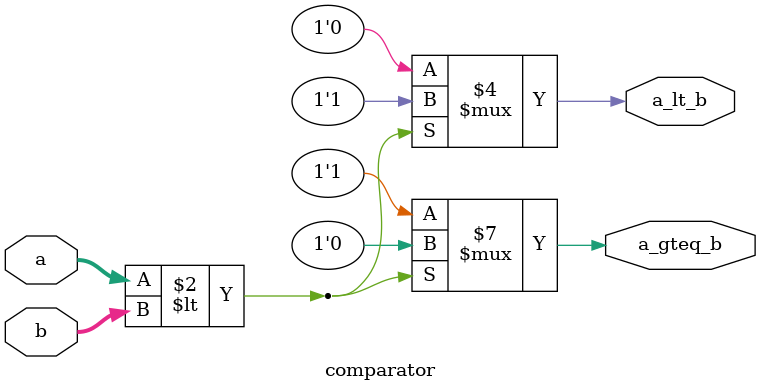
<source format=v>
module comparator 
	#(	parameter WIDTH=16)
	(	a, //WIDTH-bit input a
		b, //WIDTH-bit input b
		a_gteq_b, //high when a is greater than or equal to b
		a_lt_b //high when a is less than b 
	);
	
	input [WIDTH-1:0] a,b; //WIDTH-bit inputs
	output reg a_gteq_b, a_lt_b; //wires also declared as registers to enable assignment

	always@(*)
	begin
		if (a < b) begin //a is less than b
			a_gteq_b = 0;
			a_lt_b = 1; end
		else begin //a equals or greater than b
			a_gteq_b = 1;
			a_lt_b = 0; end
	end
endmodule

</source>
